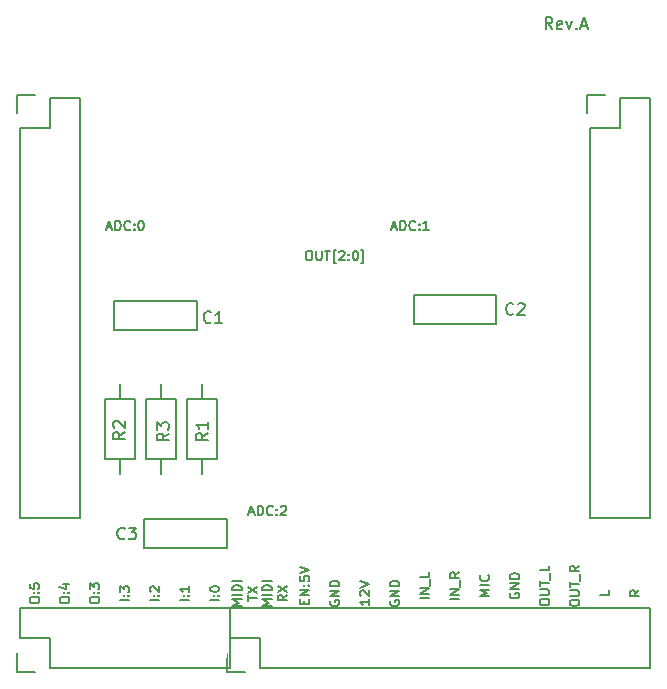
<source format=gto>
G04 #@! TF.FileFunction,Legend,Top*
%FSLAX46Y46*%
G04 Gerber Fmt 4.6, Leading zero omitted, Abs format (unit mm)*
G04 Created by KiCad (PCBNEW 4.0.2-stable) date 2016/12/18 4:07:23*
%MOMM*%
G01*
G04 APERTURE LIST*
%ADD10C,0.100000*%
%ADD11C,0.200000*%
%ADD12C,0.150000*%
%ADD13R,1.700000X1.700000*%
%ADD14C,1.700000*%
%ADD15O,2.305000X1.517600*%
%ADD16R,2.305000X1.517600*%
%ADD17R,2.127200X2.127200*%
%ADD18O,2.127200X2.127200*%
%ADD19C,4.900000*%
%ADD20O,4.000000X1.800000*%
%ADD21C,2.398980*%
G04 APERTURE END LIST*
D10*
D11*
X125654286Y-70516905D02*
X125806667Y-70516905D01*
X125882858Y-70555000D01*
X125959048Y-70631190D01*
X125997143Y-70783571D01*
X125997143Y-71050238D01*
X125959048Y-71202619D01*
X125882858Y-71278810D01*
X125806667Y-71316905D01*
X125654286Y-71316905D01*
X125578096Y-71278810D01*
X125501905Y-71202619D01*
X125463810Y-71050238D01*
X125463810Y-70783571D01*
X125501905Y-70631190D01*
X125578096Y-70555000D01*
X125654286Y-70516905D01*
X126340000Y-70516905D02*
X126340000Y-71164524D01*
X126378095Y-71240714D01*
X126416191Y-71278810D01*
X126492381Y-71316905D01*
X126644762Y-71316905D01*
X126720953Y-71278810D01*
X126759048Y-71240714D01*
X126797143Y-71164524D01*
X126797143Y-70516905D01*
X127063809Y-70516905D02*
X127520952Y-70516905D01*
X127292381Y-71316905D02*
X127292381Y-70516905D01*
X128016191Y-71583571D02*
X127825714Y-71583571D01*
X127825714Y-70440714D01*
X128016191Y-70440714D01*
X128282857Y-70593095D02*
X128320952Y-70555000D01*
X128397143Y-70516905D01*
X128587619Y-70516905D01*
X128663809Y-70555000D01*
X128701905Y-70593095D01*
X128740000Y-70669286D01*
X128740000Y-70745476D01*
X128701905Y-70859762D01*
X128244762Y-71316905D01*
X128740000Y-71316905D01*
X129082857Y-71240714D02*
X129120952Y-71278810D01*
X129082857Y-71316905D01*
X129044762Y-71278810D01*
X129082857Y-71240714D01*
X129082857Y-71316905D01*
X129082857Y-70821667D02*
X129120952Y-70859762D01*
X129082857Y-70897857D01*
X129044762Y-70859762D01*
X129082857Y-70821667D01*
X129082857Y-70897857D01*
X129616190Y-70516905D02*
X129692381Y-70516905D01*
X129768571Y-70555000D01*
X129806666Y-70593095D01*
X129844762Y-70669286D01*
X129882857Y-70821667D01*
X129882857Y-71012143D01*
X129844762Y-71164524D01*
X129806666Y-71240714D01*
X129768571Y-71278810D01*
X129692381Y-71316905D01*
X129616190Y-71316905D01*
X129540000Y-71278810D01*
X129501904Y-71240714D01*
X129463809Y-71164524D01*
X129425714Y-71012143D01*
X129425714Y-70821667D01*
X129463809Y-70669286D01*
X129501904Y-70593095D01*
X129540000Y-70555000D01*
X129616190Y-70516905D01*
X130149524Y-71583571D02*
X130340000Y-71583571D01*
X130340000Y-70440714D01*
X130149524Y-70440714D01*
X120663096Y-92678333D02*
X121044048Y-92678333D01*
X120586905Y-92906905D02*
X120853572Y-92106905D01*
X121120239Y-92906905D01*
X121386905Y-92906905D02*
X121386905Y-92106905D01*
X121577381Y-92106905D01*
X121691667Y-92145000D01*
X121767858Y-92221190D01*
X121805953Y-92297381D01*
X121844048Y-92449762D01*
X121844048Y-92564048D01*
X121805953Y-92716429D01*
X121767858Y-92792619D01*
X121691667Y-92868810D01*
X121577381Y-92906905D01*
X121386905Y-92906905D01*
X122644048Y-92830714D02*
X122605953Y-92868810D01*
X122491667Y-92906905D01*
X122415477Y-92906905D01*
X122301191Y-92868810D01*
X122225000Y-92792619D01*
X122186905Y-92716429D01*
X122148810Y-92564048D01*
X122148810Y-92449762D01*
X122186905Y-92297381D01*
X122225000Y-92221190D01*
X122301191Y-92145000D01*
X122415477Y-92106905D01*
X122491667Y-92106905D01*
X122605953Y-92145000D01*
X122644048Y-92183095D01*
X122986905Y-92830714D02*
X123025000Y-92868810D01*
X122986905Y-92906905D01*
X122948810Y-92868810D01*
X122986905Y-92830714D01*
X122986905Y-92906905D01*
X122986905Y-92411667D02*
X123025000Y-92449762D01*
X122986905Y-92487857D01*
X122948810Y-92449762D01*
X122986905Y-92411667D01*
X122986905Y-92487857D01*
X123329762Y-92183095D02*
X123367857Y-92145000D01*
X123444048Y-92106905D01*
X123634524Y-92106905D01*
X123710714Y-92145000D01*
X123748810Y-92183095D01*
X123786905Y-92259286D01*
X123786905Y-92335476D01*
X123748810Y-92449762D01*
X123291667Y-92906905D01*
X123786905Y-92906905D01*
X132728096Y-68548333D02*
X133109048Y-68548333D01*
X132651905Y-68776905D02*
X132918572Y-67976905D01*
X133185239Y-68776905D01*
X133451905Y-68776905D02*
X133451905Y-67976905D01*
X133642381Y-67976905D01*
X133756667Y-68015000D01*
X133832858Y-68091190D01*
X133870953Y-68167381D01*
X133909048Y-68319762D01*
X133909048Y-68434048D01*
X133870953Y-68586429D01*
X133832858Y-68662619D01*
X133756667Y-68738810D01*
X133642381Y-68776905D01*
X133451905Y-68776905D01*
X134709048Y-68700714D02*
X134670953Y-68738810D01*
X134556667Y-68776905D01*
X134480477Y-68776905D01*
X134366191Y-68738810D01*
X134290000Y-68662619D01*
X134251905Y-68586429D01*
X134213810Y-68434048D01*
X134213810Y-68319762D01*
X134251905Y-68167381D01*
X134290000Y-68091190D01*
X134366191Y-68015000D01*
X134480477Y-67976905D01*
X134556667Y-67976905D01*
X134670953Y-68015000D01*
X134709048Y-68053095D01*
X135051905Y-68700714D02*
X135090000Y-68738810D01*
X135051905Y-68776905D01*
X135013810Y-68738810D01*
X135051905Y-68700714D01*
X135051905Y-68776905D01*
X135051905Y-68281667D02*
X135090000Y-68319762D01*
X135051905Y-68357857D01*
X135013810Y-68319762D01*
X135051905Y-68281667D01*
X135051905Y-68357857D01*
X135851905Y-68776905D02*
X135394762Y-68776905D01*
X135623333Y-68776905D02*
X135623333Y-67976905D01*
X135547143Y-68091190D01*
X135470952Y-68167381D01*
X135394762Y-68205476D01*
X108598096Y-68548333D02*
X108979048Y-68548333D01*
X108521905Y-68776905D02*
X108788572Y-67976905D01*
X109055239Y-68776905D01*
X109321905Y-68776905D02*
X109321905Y-67976905D01*
X109512381Y-67976905D01*
X109626667Y-68015000D01*
X109702858Y-68091190D01*
X109740953Y-68167381D01*
X109779048Y-68319762D01*
X109779048Y-68434048D01*
X109740953Y-68586429D01*
X109702858Y-68662619D01*
X109626667Y-68738810D01*
X109512381Y-68776905D01*
X109321905Y-68776905D01*
X110579048Y-68700714D02*
X110540953Y-68738810D01*
X110426667Y-68776905D01*
X110350477Y-68776905D01*
X110236191Y-68738810D01*
X110160000Y-68662619D01*
X110121905Y-68586429D01*
X110083810Y-68434048D01*
X110083810Y-68319762D01*
X110121905Y-68167381D01*
X110160000Y-68091190D01*
X110236191Y-68015000D01*
X110350477Y-67976905D01*
X110426667Y-67976905D01*
X110540953Y-68015000D01*
X110579048Y-68053095D01*
X110921905Y-68700714D02*
X110960000Y-68738810D01*
X110921905Y-68776905D01*
X110883810Y-68738810D01*
X110921905Y-68700714D01*
X110921905Y-68776905D01*
X110921905Y-68281667D02*
X110960000Y-68319762D01*
X110921905Y-68357857D01*
X110883810Y-68319762D01*
X110921905Y-68281667D01*
X110921905Y-68357857D01*
X111455238Y-67976905D02*
X111531429Y-67976905D01*
X111607619Y-68015000D01*
X111645714Y-68053095D01*
X111683810Y-68129286D01*
X111721905Y-68281667D01*
X111721905Y-68472143D01*
X111683810Y-68624524D01*
X111645714Y-68700714D01*
X111607619Y-68738810D01*
X111531429Y-68776905D01*
X111455238Y-68776905D01*
X111379048Y-68738810D01*
X111340952Y-68700714D01*
X111302857Y-68624524D01*
X111264762Y-68472143D01*
X111264762Y-68281667D01*
X111302857Y-68129286D01*
X111340952Y-68053095D01*
X111379048Y-68015000D01*
X111455238Y-67976905D01*
X153701905Y-99282381D02*
X153320952Y-99549048D01*
X153701905Y-99739524D02*
X152901905Y-99739524D01*
X152901905Y-99434762D01*
X152940000Y-99358571D01*
X152978095Y-99320476D01*
X153054286Y-99282381D01*
X153168571Y-99282381D01*
X153244762Y-99320476D01*
X153282857Y-99358571D01*
X153320952Y-99434762D01*
X153320952Y-99739524D01*
X151161905Y-99282380D02*
X151161905Y-99663333D01*
X150361905Y-99663333D01*
X147821905Y-100399762D02*
X147821905Y-100247381D01*
X147860000Y-100171190D01*
X147936190Y-100095000D01*
X148088571Y-100056905D01*
X148355238Y-100056905D01*
X148507619Y-100095000D01*
X148583810Y-100171190D01*
X148621905Y-100247381D01*
X148621905Y-100399762D01*
X148583810Y-100475952D01*
X148507619Y-100552143D01*
X148355238Y-100590238D01*
X148088571Y-100590238D01*
X147936190Y-100552143D01*
X147860000Y-100475952D01*
X147821905Y-100399762D01*
X147821905Y-99714048D02*
X148469524Y-99714048D01*
X148545714Y-99675953D01*
X148583810Y-99637857D01*
X148621905Y-99561667D01*
X148621905Y-99409286D01*
X148583810Y-99333095D01*
X148545714Y-99295000D01*
X148469524Y-99256905D01*
X147821905Y-99256905D01*
X147821905Y-98990239D02*
X147821905Y-98533096D01*
X148621905Y-98761667D02*
X147821905Y-98761667D01*
X148698095Y-98456905D02*
X148698095Y-97847381D01*
X148621905Y-97199762D02*
X148240952Y-97466429D01*
X148621905Y-97656905D02*
X147821905Y-97656905D01*
X147821905Y-97352143D01*
X147860000Y-97275952D01*
X147898095Y-97237857D01*
X147974286Y-97199762D01*
X148088571Y-97199762D01*
X148164762Y-97237857D01*
X148202857Y-97275952D01*
X148240952Y-97352143D01*
X148240952Y-97656905D01*
X145281905Y-100323571D02*
X145281905Y-100171190D01*
X145320000Y-100094999D01*
X145396190Y-100018809D01*
X145548571Y-99980714D01*
X145815238Y-99980714D01*
X145967619Y-100018809D01*
X146043810Y-100094999D01*
X146081905Y-100171190D01*
X146081905Y-100323571D01*
X146043810Y-100399761D01*
X145967619Y-100475952D01*
X145815238Y-100514047D01*
X145548571Y-100514047D01*
X145396190Y-100475952D01*
X145320000Y-100399761D01*
X145281905Y-100323571D01*
X145281905Y-99637857D02*
X145929524Y-99637857D01*
X146005714Y-99599762D01*
X146043810Y-99561666D01*
X146081905Y-99485476D01*
X146081905Y-99333095D01*
X146043810Y-99256904D01*
X146005714Y-99218809D01*
X145929524Y-99180714D01*
X145281905Y-99180714D01*
X145281905Y-98914048D02*
X145281905Y-98456905D01*
X146081905Y-98685476D02*
X145281905Y-98685476D01*
X146158095Y-98380714D02*
X146158095Y-97771190D01*
X146081905Y-97199761D02*
X146081905Y-97580714D01*
X145281905Y-97580714D01*
X142780000Y-99504523D02*
X142741905Y-99580714D01*
X142741905Y-99694999D01*
X142780000Y-99809285D01*
X142856190Y-99885476D01*
X142932381Y-99923571D01*
X143084762Y-99961666D01*
X143199048Y-99961666D01*
X143351429Y-99923571D01*
X143427619Y-99885476D01*
X143503810Y-99809285D01*
X143541905Y-99694999D01*
X143541905Y-99618809D01*
X143503810Y-99504523D01*
X143465714Y-99466428D01*
X143199048Y-99466428D01*
X143199048Y-99618809D01*
X143541905Y-99123571D02*
X142741905Y-99123571D01*
X143541905Y-98666428D01*
X142741905Y-98666428D01*
X143541905Y-98285476D02*
X142741905Y-98285476D01*
X142741905Y-98095000D01*
X142780000Y-97980714D01*
X142856190Y-97904523D01*
X142932381Y-97866428D01*
X143084762Y-97828333D01*
X143199048Y-97828333D01*
X143351429Y-97866428D01*
X143427619Y-97904523D01*
X143503810Y-97980714D01*
X143541905Y-98095000D01*
X143541905Y-98285476D01*
X141001905Y-99752143D02*
X140201905Y-99752143D01*
X140773333Y-99485476D01*
X140201905Y-99218809D01*
X141001905Y-99218809D01*
X141001905Y-98837857D02*
X140201905Y-98837857D01*
X140925714Y-97999762D02*
X140963810Y-98037857D01*
X141001905Y-98152143D01*
X141001905Y-98228333D01*
X140963810Y-98342619D01*
X140887619Y-98418810D01*
X140811429Y-98456905D01*
X140659048Y-98495000D01*
X140544762Y-98495000D01*
X140392381Y-98456905D01*
X140316190Y-98418810D01*
X140240000Y-98342619D01*
X140201905Y-98228333D01*
X140201905Y-98152143D01*
X140240000Y-98037857D01*
X140278095Y-97999762D01*
X138461905Y-100018809D02*
X137661905Y-100018809D01*
X138461905Y-99637857D02*
X137661905Y-99637857D01*
X138461905Y-99180714D01*
X137661905Y-99180714D01*
X138538095Y-98990238D02*
X138538095Y-98380714D01*
X138461905Y-97733095D02*
X138080952Y-97999762D01*
X138461905Y-98190238D02*
X137661905Y-98190238D01*
X137661905Y-97885476D01*
X137700000Y-97809285D01*
X137738095Y-97771190D01*
X137814286Y-97733095D01*
X137928571Y-97733095D01*
X138004762Y-97771190D01*
X138042857Y-97809285D01*
X138080952Y-97885476D01*
X138080952Y-98190238D01*
X135921905Y-99942619D02*
X135121905Y-99942619D01*
X135921905Y-99561667D02*
X135121905Y-99561667D01*
X135921905Y-99104524D01*
X135121905Y-99104524D01*
X135998095Y-98914048D02*
X135998095Y-98304524D01*
X135921905Y-97733095D02*
X135921905Y-98114048D01*
X135121905Y-98114048D01*
X132620000Y-100139523D02*
X132581905Y-100215714D01*
X132581905Y-100329999D01*
X132620000Y-100444285D01*
X132696190Y-100520476D01*
X132772381Y-100558571D01*
X132924762Y-100596666D01*
X133039048Y-100596666D01*
X133191429Y-100558571D01*
X133267619Y-100520476D01*
X133343810Y-100444285D01*
X133381905Y-100329999D01*
X133381905Y-100253809D01*
X133343810Y-100139523D01*
X133305714Y-100101428D01*
X133039048Y-100101428D01*
X133039048Y-100253809D01*
X133381905Y-99758571D02*
X132581905Y-99758571D01*
X133381905Y-99301428D01*
X132581905Y-99301428D01*
X133381905Y-98920476D02*
X132581905Y-98920476D01*
X132581905Y-98730000D01*
X132620000Y-98615714D01*
X132696190Y-98539523D01*
X132772381Y-98501428D01*
X132924762Y-98463333D01*
X133039048Y-98463333D01*
X133191429Y-98501428D01*
X133267619Y-98539523D01*
X133343810Y-98615714D01*
X133381905Y-98730000D01*
X133381905Y-98920476D01*
X130841905Y-100025238D02*
X130841905Y-100482381D01*
X130841905Y-100253810D02*
X130041905Y-100253810D01*
X130156190Y-100330000D01*
X130232381Y-100406191D01*
X130270476Y-100482381D01*
X130118095Y-99720476D02*
X130080000Y-99682381D01*
X130041905Y-99606190D01*
X130041905Y-99415714D01*
X130080000Y-99339524D01*
X130118095Y-99301428D01*
X130194286Y-99263333D01*
X130270476Y-99263333D01*
X130384762Y-99301428D01*
X130841905Y-99758571D01*
X130841905Y-99263333D01*
X130041905Y-99034762D02*
X130841905Y-98768095D01*
X130041905Y-98501428D01*
X127540000Y-100139523D02*
X127501905Y-100215714D01*
X127501905Y-100329999D01*
X127540000Y-100444285D01*
X127616190Y-100520476D01*
X127692381Y-100558571D01*
X127844762Y-100596666D01*
X127959048Y-100596666D01*
X128111429Y-100558571D01*
X128187619Y-100520476D01*
X128263810Y-100444285D01*
X128301905Y-100329999D01*
X128301905Y-100253809D01*
X128263810Y-100139523D01*
X128225714Y-100101428D01*
X127959048Y-100101428D01*
X127959048Y-100253809D01*
X128301905Y-99758571D02*
X127501905Y-99758571D01*
X128301905Y-99301428D01*
X127501905Y-99301428D01*
X128301905Y-98920476D02*
X127501905Y-98920476D01*
X127501905Y-98730000D01*
X127540000Y-98615714D01*
X127616190Y-98539523D01*
X127692381Y-98501428D01*
X127844762Y-98463333D01*
X127959048Y-98463333D01*
X128111429Y-98501428D01*
X128187619Y-98539523D01*
X128263810Y-98615714D01*
X128301905Y-98730000D01*
X128301905Y-98920476D01*
X125342857Y-100399762D02*
X125342857Y-100133095D01*
X125761905Y-100018809D02*
X125761905Y-100399762D01*
X124961905Y-100399762D01*
X124961905Y-100018809D01*
X125761905Y-99675952D02*
X124961905Y-99675952D01*
X125761905Y-99218809D01*
X124961905Y-99218809D01*
X125685714Y-98837857D02*
X125723810Y-98799762D01*
X125761905Y-98837857D01*
X125723810Y-98875952D01*
X125685714Y-98837857D01*
X125761905Y-98837857D01*
X125266667Y-98837857D02*
X125304762Y-98799762D01*
X125342857Y-98837857D01*
X125304762Y-98875952D01*
X125266667Y-98837857D01*
X125342857Y-98837857D01*
X124961905Y-98075952D02*
X124961905Y-98456905D01*
X125342857Y-98495000D01*
X125304762Y-98456905D01*
X125266667Y-98380714D01*
X125266667Y-98190238D01*
X125304762Y-98114048D01*
X125342857Y-98075952D01*
X125419048Y-98037857D01*
X125609524Y-98037857D01*
X125685714Y-98075952D01*
X125723810Y-98114048D01*
X125761905Y-98190238D01*
X125761905Y-98380714D01*
X125723810Y-98456905D01*
X125685714Y-98495000D01*
X124961905Y-97809286D02*
X125761905Y-97542619D01*
X124961905Y-97275952D01*
X122561905Y-100577619D02*
X121761905Y-100577619D01*
X122333333Y-100310952D01*
X121761905Y-100044285D01*
X122561905Y-100044285D01*
X122561905Y-99663333D02*
X121761905Y-99663333D01*
X122561905Y-99282381D02*
X121761905Y-99282381D01*
X121761905Y-99091905D01*
X121800000Y-98977619D01*
X121876190Y-98901428D01*
X121952381Y-98863333D01*
X122104762Y-98825238D01*
X122219048Y-98825238D01*
X122371429Y-98863333D01*
X122447619Y-98901428D01*
X122523810Y-98977619D01*
X122561905Y-99091905D01*
X122561905Y-99282381D01*
X122561905Y-98482381D02*
X121761905Y-98482381D01*
X123881905Y-99663333D02*
X123500952Y-99930000D01*
X123881905Y-100120476D02*
X123081905Y-100120476D01*
X123081905Y-99815714D01*
X123120000Y-99739523D01*
X123158095Y-99701428D01*
X123234286Y-99663333D01*
X123348571Y-99663333D01*
X123424762Y-99701428D01*
X123462857Y-99739523D01*
X123500952Y-99815714D01*
X123500952Y-100120476D01*
X123081905Y-99396666D02*
X123881905Y-98863333D01*
X123081905Y-98863333D02*
X123881905Y-99396666D01*
X120021905Y-100577619D02*
X119221905Y-100577619D01*
X119793333Y-100310952D01*
X119221905Y-100044285D01*
X120021905Y-100044285D01*
X120021905Y-99663333D02*
X119221905Y-99663333D01*
X120021905Y-99282381D02*
X119221905Y-99282381D01*
X119221905Y-99091905D01*
X119260000Y-98977619D01*
X119336190Y-98901428D01*
X119412381Y-98863333D01*
X119564762Y-98825238D01*
X119679048Y-98825238D01*
X119831429Y-98863333D01*
X119907619Y-98901428D01*
X119983810Y-98977619D01*
X120021905Y-99091905D01*
X120021905Y-99282381D01*
X120021905Y-98482381D02*
X119221905Y-98482381D01*
X120541905Y-100139524D02*
X120541905Y-99682381D01*
X121341905Y-99910952D02*
X120541905Y-99910952D01*
X120541905Y-99491904D02*
X121341905Y-98958571D01*
X120541905Y-98958571D02*
X121341905Y-99491904D01*
X118141905Y-100101428D02*
X117341905Y-100101428D01*
X118065714Y-99720476D02*
X118103810Y-99682381D01*
X118141905Y-99720476D01*
X118103810Y-99758571D01*
X118065714Y-99720476D01*
X118141905Y-99720476D01*
X117646667Y-99720476D02*
X117684762Y-99682381D01*
X117722857Y-99720476D01*
X117684762Y-99758571D01*
X117646667Y-99720476D01*
X117722857Y-99720476D01*
X117341905Y-99187143D02*
X117341905Y-99110952D01*
X117380000Y-99034762D01*
X117418095Y-98996667D01*
X117494286Y-98958571D01*
X117646667Y-98920476D01*
X117837143Y-98920476D01*
X117989524Y-98958571D01*
X118065714Y-98996667D01*
X118103810Y-99034762D01*
X118141905Y-99110952D01*
X118141905Y-99187143D01*
X118103810Y-99263333D01*
X118065714Y-99301429D01*
X117989524Y-99339524D01*
X117837143Y-99377619D01*
X117646667Y-99377619D01*
X117494286Y-99339524D01*
X117418095Y-99301429D01*
X117380000Y-99263333D01*
X117341905Y-99187143D01*
X115601905Y-100101428D02*
X114801905Y-100101428D01*
X115525714Y-99720476D02*
X115563810Y-99682381D01*
X115601905Y-99720476D01*
X115563810Y-99758571D01*
X115525714Y-99720476D01*
X115601905Y-99720476D01*
X115106667Y-99720476D02*
X115144762Y-99682381D01*
X115182857Y-99720476D01*
X115144762Y-99758571D01*
X115106667Y-99720476D01*
X115182857Y-99720476D01*
X115601905Y-98920476D02*
X115601905Y-99377619D01*
X115601905Y-99149048D02*
X114801905Y-99149048D01*
X114916190Y-99225238D01*
X114992381Y-99301429D01*
X115030476Y-99377619D01*
X113061905Y-100101428D02*
X112261905Y-100101428D01*
X112985714Y-99720476D02*
X113023810Y-99682381D01*
X113061905Y-99720476D01*
X113023810Y-99758571D01*
X112985714Y-99720476D01*
X113061905Y-99720476D01*
X112566667Y-99720476D02*
X112604762Y-99682381D01*
X112642857Y-99720476D01*
X112604762Y-99758571D01*
X112566667Y-99720476D01*
X112642857Y-99720476D01*
X112338095Y-99377619D02*
X112300000Y-99339524D01*
X112261905Y-99263333D01*
X112261905Y-99072857D01*
X112300000Y-98996667D01*
X112338095Y-98958571D01*
X112414286Y-98920476D01*
X112490476Y-98920476D01*
X112604762Y-98958571D01*
X113061905Y-99415714D01*
X113061905Y-98920476D01*
X110521905Y-100101428D02*
X109721905Y-100101428D01*
X110445714Y-99720476D02*
X110483810Y-99682381D01*
X110521905Y-99720476D01*
X110483810Y-99758571D01*
X110445714Y-99720476D01*
X110521905Y-99720476D01*
X110026667Y-99720476D02*
X110064762Y-99682381D01*
X110102857Y-99720476D01*
X110064762Y-99758571D01*
X110026667Y-99720476D01*
X110102857Y-99720476D01*
X109721905Y-99415714D02*
X109721905Y-98920476D01*
X110026667Y-99187143D01*
X110026667Y-99072857D01*
X110064762Y-98996667D01*
X110102857Y-98958571D01*
X110179048Y-98920476D01*
X110369524Y-98920476D01*
X110445714Y-98958571D01*
X110483810Y-98996667D01*
X110521905Y-99072857D01*
X110521905Y-99301429D01*
X110483810Y-99377619D01*
X110445714Y-99415714D01*
X107181905Y-100177619D02*
X107181905Y-100025238D01*
X107220000Y-99949047D01*
X107296190Y-99872857D01*
X107448571Y-99834762D01*
X107715238Y-99834762D01*
X107867619Y-99872857D01*
X107943810Y-99949047D01*
X107981905Y-100025238D01*
X107981905Y-100177619D01*
X107943810Y-100253809D01*
X107867619Y-100330000D01*
X107715238Y-100368095D01*
X107448571Y-100368095D01*
X107296190Y-100330000D01*
X107220000Y-100253809D01*
X107181905Y-100177619D01*
X107905714Y-99491905D02*
X107943810Y-99453810D01*
X107981905Y-99491905D01*
X107943810Y-99530000D01*
X107905714Y-99491905D01*
X107981905Y-99491905D01*
X107486667Y-99491905D02*
X107524762Y-99453810D01*
X107562857Y-99491905D01*
X107524762Y-99530000D01*
X107486667Y-99491905D01*
X107562857Y-99491905D01*
X107181905Y-99187143D02*
X107181905Y-98691905D01*
X107486667Y-98958572D01*
X107486667Y-98844286D01*
X107524762Y-98768096D01*
X107562857Y-98730000D01*
X107639048Y-98691905D01*
X107829524Y-98691905D01*
X107905714Y-98730000D01*
X107943810Y-98768096D01*
X107981905Y-98844286D01*
X107981905Y-99072858D01*
X107943810Y-99149048D01*
X107905714Y-99187143D01*
X104641905Y-100177619D02*
X104641905Y-100025238D01*
X104680000Y-99949047D01*
X104756190Y-99872857D01*
X104908571Y-99834762D01*
X105175238Y-99834762D01*
X105327619Y-99872857D01*
X105403810Y-99949047D01*
X105441905Y-100025238D01*
X105441905Y-100177619D01*
X105403810Y-100253809D01*
X105327619Y-100330000D01*
X105175238Y-100368095D01*
X104908571Y-100368095D01*
X104756190Y-100330000D01*
X104680000Y-100253809D01*
X104641905Y-100177619D01*
X105365714Y-99491905D02*
X105403810Y-99453810D01*
X105441905Y-99491905D01*
X105403810Y-99530000D01*
X105365714Y-99491905D01*
X105441905Y-99491905D01*
X104946667Y-99491905D02*
X104984762Y-99453810D01*
X105022857Y-99491905D01*
X104984762Y-99530000D01*
X104946667Y-99491905D01*
X105022857Y-99491905D01*
X104908571Y-98768096D02*
X105441905Y-98768096D01*
X104603810Y-98958572D02*
X105175238Y-99149048D01*
X105175238Y-98653810D01*
X102101905Y-100177619D02*
X102101905Y-100025238D01*
X102140000Y-99949047D01*
X102216190Y-99872857D01*
X102368571Y-99834762D01*
X102635238Y-99834762D01*
X102787619Y-99872857D01*
X102863810Y-99949047D01*
X102901905Y-100025238D01*
X102901905Y-100177619D01*
X102863810Y-100253809D01*
X102787619Y-100330000D01*
X102635238Y-100368095D01*
X102368571Y-100368095D01*
X102216190Y-100330000D01*
X102140000Y-100253809D01*
X102101905Y-100177619D01*
X102825714Y-99491905D02*
X102863810Y-99453810D01*
X102901905Y-99491905D01*
X102863810Y-99530000D01*
X102825714Y-99491905D01*
X102901905Y-99491905D01*
X102406667Y-99491905D02*
X102444762Y-99453810D01*
X102482857Y-99491905D01*
X102444762Y-99530000D01*
X102406667Y-99491905D01*
X102482857Y-99491905D01*
X102101905Y-98730000D02*
X102101905Y-99110953D01*
X102482857Y-99149048D01*
X102444762Y-99110953D01*
X102406667Y-99034762D01*
X102406667Y-98844286D01*
X102444762Y-98768096D01*
X102482857Y-98730000D01*
X102559048Y-98691905D01*
X102749524Y-98691905D01*
X102825714Y-98730000D01*
X102863810Y-98768096D01*
X102901905Y-98844286D01*
X102901905Y-99034762D01*
X102863810Y-99110953D01*
X102825714Y-99149048D01*
X146333334Y-51752381D02*
X146000000Y-51276190D01*
X145761905Y-51752381D02*
X145761905Y-50752381D01*
X146142858Y-50752381D01*
X146238096Y-50800000D01*
X146285715Y-50847619D01*
X146333334Y-50942857D01*
X146333334Y-51085714D01*
X146285715Y-51180952D01*
X146238096Y-51228571D01*
X146142858Y-51276190D01*
X145761905Y-51276190D01*
X147142858Y-51704762D02*
X147047620Y-51752381D01*
X146857143Y-51752381D01*
X146761905Y-51704762D01*
X146714286Y-51609524D01*
X146714286Y-51228571D01*
X146761905Y-51133333D01*
X146857143Y-51085714D01*
X147047620Y-51085714D01*
X147142858Y-51133333D01*
X147190477Y-51228571D01*
X147190477Y-51323810D01*
X146714286Y-51419048D01*
X147523810Y-51085714D02*
X147761905Y-51752381D01*
X148000001Y-51085714D01*
X148380953Y-51657143D02*
X148428572Y-51704762D01*
X148380953Y-51752381D01*
X148333334Y-51704762D01*
X148380953Y-51657143D01*
X148380953Y-51752381D01*
X148809524Y-51466667D02*
X149285715Y-51466667D01*
X148714286Y-51752381D02*
X149047619Y-50752381D01*
X149380953Y-51752381D01*
D12*
X116240000Y-77250000D02*
X109240000Y-77250000D01*
X109240000Y-77250000D02*
X109240000Y-74750000D01*
X109240000Y-74750000D02*
X116240000Y-74750000D01*
X116240000Y-74750000D02*
X116240000Y-77250000D01*
X141600000Y-76750000D02*
X134600000Y-76750000D01*
X134600000Y-76750000D02*
X134600000Y-74250000D01*
X134600000Y-74250000D02*
X141600000Y-74250000D01*
X141600000Y-74250000D02*
X141600000Y-76750000D01*
X118780000Y-95700000D02*
X111780000Y-95700000D01*
X111780000Y-95700000D02*
X111780000Y-93200000D01*
X111780000Y-93200000D02*
X118780000Y-93200000D01*
X118780000Y-93200000D02*
X118780000Y-95700000D01*
X106350000Y-93180000D02*
X106350000Y-57620000D01*
X101270000Y-60160000D02*
X101270000Y-93180000D01*
X106350000Y-93180000D02*
X101270000Y-93180000D01*
X106350000Y-57620000D02*
X103810000Y-57620000D01*
X102540000Y-57340000D02*
X100990000Y-57340000D01*
X103810000Y-57620000D02*
X103810000Y-60160000D01*
X103810000Y-60160000D02*
X101270000Y-60160000D01*
X100990000Y-57340000D02*
X100990000Y-58890000D01*
X154610000Y-100800000D02*
X119050000Y-100800000D01*
X121590000Y-105880000D02*
X154610000Y-105880000D01*
X154610000Y-100800000D02*
X154610000Y-105880000D01*
X119050000Y-100800000D02*
X119050000Y-103340000D01*
X118770000Y-104610000D02*
X118770000Y-106160000D01*
X119050000Y-103340000D02*
X121590000Y-103340000D01*
X121590000Y-103340000D02*
X121590000Y-105880000D01*
X118770000Y-106160000D02*
X120320000Y-106160000D01*
X154610000Y-93180000D02*
X154610000Y-57620000D01*
X149530000Y-60160000D02*
X149530000Y-93180000D01*
X154610000Y-93180000D02*
X149530000Y-93180000D01*
X154610000Y-57620000D02*
X152070000Y-57620000D01*
X150800000Y-57340000D02*
X149250000Y-57340000D01*
X152070000Y-57620000D02*
X152070000Y-60160000D01*
X152070000Y-60160000D02*
X149530000Y-60160000D01*
X149250000Y-57340000D02*
X149250000Y-58890000D01*
X119050000Y-100800000D02*
X101270000Y-100800000D01*
X103810000Y-105880000D02*
X119050000Y-105880000D01*
X119050000Y-100800000D02*
X119050000Y-105880000D01*
X101270000Y-100800000D02*
X101270000Y-103340000D01*
X100990000Y-104610000D02*
X100990000Y-106160000D01*
X101270000Y-103340000D02*
X103810000Y-103340000D01*
X103810000Y-103340000D02*
X103810000Y-105880000D01*
X100990000Y-106160000D02*
X102540000Y-106160000D01*
X117970000Y-83040000D02*
X117970000Y-88120000D01*
X117970000Y-88120000D02*
X115430000Y-88120000D01*
X115430000Y-88120000D02*
X115430000Y-83040000D01*
X115430000Y-83040000D02*
X117970000Y-83040000D01*
X116700000Y-83040000D02*
X116700000Y-81770000D01*
X116700000Y-88120000D02*
X116700000Y-89390000D01*
X110970000Y-83040000D02*
X110970000Y-88120000D01*
X110970000Y-88120000D02*
X108430000Y-88120000D01*
X108430000Y-88120000D02*
X108430000Y-83040000D01*
X108430000Y-83040000D02*
X110970000Y-83040000D01*
X109700000Y-83040000D02*
X109700000Y-81770000D01*
X109700000Y-88120000D02*
X109700000Y-89390000D01*
X114470000Y-83040000D02*
X114470000Y-88120000D01*
X114470000Y-88120000D02*
X111930000Y-88120000D01*
X111930000Y-88120000D02*
X111930000Y-83040000D01*
X111930000Y-83040000D02*
X114470000Y-83040000D01*
X113200000Y-83040000D02*
X113200000Y-81770000D01*
X113200000Y-88120000D02*
X113200000Y-89390000D01*
X117433334Y-76557143D02*
X117385715Y-76604762D01*
X117242858Y-76652381D01*
X117147620Y-76652381D01*
X117004762Y-76604762D01*
X116909524Y-76509524D01*
X116861905Y-76414286D01*
X116814286Y-76223810D01*
X116814286Y-76080952D01*
X116861905Y-75890476D01*
X116909524Y-75795238D01*
X117004762Y-75700000D01*
X117147620Y-75652381D01*
X117242858Y-75652381D01*
X117385715Y-75700000D01*
X117433334Y-75747619D01*
X118385715Y-76652381D02*
X117814286Y-76652381D01*
X118100000Y-76652381D02*
X118100000Y-75652381D01*
X118004762Y-75795238D01*
X117909524Y-75890476D01*
X117814286Y-75938095D01*
X143033334Y-75857143D02*
X142985715Y-75904762D01*
X142842858Y-75952381D01*
X142747620Y-75952381D01*
X142604762Y-75904762D01*
X142509524Y-75809524D01*
X142461905Y-75714286D01*
X142414286Y-75523810D01*
X142414286Y-75380952D01*
X142461905Y-75190476D01*
X142509524Y-75095238D01*
X142604762Y-75000000D01*
X142747620Y-74952381D01*
X142842858Y-74952381D01*
X142985715Y-75000000D01*
X143033334Y-75047619D01*
X143414286Y-75047619D02*
X143461905Y-75000000D01*
X143557143Y-74952381D01*
X143795239Y-74952381D01*
X143890477Y-75000000D01*
X143938096Y-75047619D01*
X143985715Y-75142857D01*
X143985715Y-75238095D01*
X143938096Y-75380952D01*
X143366667Y-75952381D01*
X143985715Y-75952381D01*
X110133334Y-94857143D02*
X110085715Y-94904762D01*
X109942858Y-94952381D01*
X109847620Y-94952381D01*
X109704762Y-94904762D01*
X109609524Y-94809524D01*
X109561905Y-94714286D01*
X109514286Y-94523810D01*
X109514286Y-94380952D01*
X109561905Y-94190476D01*
X109609524Y-94095238D01*
X109704762Y-94000000D01*
X109847620Y-93952381D01*
X109942858Y-93952381D01*
X110085715Y-94000000D01*
X110133334Y-94047619D01*
X110466667Y-93952381D02*
X111085715Y-93952381D01*
X110752381Y-94333333D01*
X110895239Y-94333333D01*
X110990477Y-94380952D01*
X111038096Y-94428571D01*
X111085715Y-94523810D01*
X111085715Y-94761905D01*
X111038096Y-94857143D01*
X110990477Y-94904762D01*
X110895239Y-94952381D01*
X110609524Y-94952381D01*
X110514286Y-94904762D01*
X110466667Y-94857143D01*
X101801905Y-54242381D02*
X101801905Y-53242381D01*
X102182858Y-53242381D01*
X102278096Y-53290000D01*
X102325715Y-53337619D01*
X102373334Y-53432857D01*
X102373334Y-53575714D01*
X102325715Y-53670952D01*
X102278096Y-53718571D01*
X102182858Y-53766190D01*
X101801905Y-53766190D01*
X103325715Y-54242381D02*
X102754286Y-54242381D01*
X103040000Y-54242381D02*
X103040000Y-53242381D01*
X102944762Y-53385238D01*
X102849524Y-53480476D01*
X102754286Y-53528095D01*
X115672381Y-105348095D02*
X114672381Y-105348095D01*
X114672381Y-104967142D01*
X114720000Y-104871904D01*
X114767619Y-104824285D01*
X114862857Y-104776666D01*
X115005714Y-104776666D01*
X115100952Y-104824285D01*
X115148571Y-104871904D01*
X115196190Y-104967142D01*
X115196190Y-105348095D01*
X114767619Y-104395714D02*
X114720000Y-104348095D01*
X114672381Y-104252857D01*
X114672381Y-104014761D01*
X114720000Y-103919523D01*
X114767619Y-103871904D01*
X114862857Y-103824285D01*
X114958095Y-103824285D01*
X115100952Y-103871904D01*
X115672381Y-104443333D01*
X115672381Y-103824285D01*
X150061905Y-54242381D02*
X150061905Y-53242381D01*
X150442858Y-53242381D01*
X150538096Y-53290000D01*
X150585715Y-53337619D01*
X150633334Y-53432857D01*
X150633334Y-53575714D01*
X150585715Y-53670952D01*
X150538096Y-53718571D01*
X150442858Y-53766190D01*
X150061905Y-53766190D01*
X151538096Y-53242381D02*
X151061905Y-53242381D01*
X151014286Y-53718571D01*
X151061905Y-53670952D01*
X151157143Y-53623333D01*
X151395239Y-53623333D01*
X151490477Y-53670952D01*
X151538096Y-53718571D01*
X151585715Y-53813810D01*
X151585715Y-54051905D01*
X151538096Y-54147143D01*
X151490477Y-54194762D01*
X151395239Y-54242381D01*
X151157143Y-54242381D01*
X151061905Y-54194762D01*
X151014286Y-54147143D01*
X117152381Y-85966666D02*
X116676190Y-86300000D01*
X117152381Y-86538095D02*
X116152381Y-86538095D01*
X116152381Y-86157142D01*
X116200000Y-86061904D01*
X116247619Y-86014285D01*
X116342857Y-85966666D01*
X116485714Y-85966666D01*
X116580952Y-86014285D01*
X116628571Y-86061904D01*
X116676190Y-86157142D01*
X116676190Y-86538095D01*
X117152381Y-85014285D02*
X117152381Y-85585714D01*
X117152381Y-85300000D02*
X116152381Y-85300000D01*
X116295238Y-85395238D01*
X116390476Y-85490476D01*
X116438095Y-85585714D01*
X110152381Y-85866666D02*
X109676190Y-86200000D01*
X110152381Y-86438095D02*
X109152381Y-86438095D01*
X109152381Y-86057142D01*
X109200000Y-85961904D01*
X109247619Y-85914285D01*
X109342857Y-85866666D01*
X109485714Y-85866666D01*
X109580952Y-85914285D01*
X109628571Y-85961904D01*
X109676190Y-86057142D01*
X109676190Y-86438095D01*
X109247619Y-85485714D02*
X109200000Y-85438095D01*
X109152381Y-85342857D01*
X109152381Y-85104761D01*
X109200000Y-85009523D01*
X109247619Y-84961904D01*
X109342857Y-84914285D01*
X109438095Y-84914285D01*
X109580952Y-84961904D01*
X110152381Y-85533333D01*
X110152381Y-84914285D01*
X113852381Y-85995586D02*
X113376190Y-86328920D01*
X113852381Y-86567015D02*
X112852381Y-86567015D01*
X112852381Y-86186062D01*
X112900000Y-86090824D01*
X112947619Y-86043205D01*
X113042857Y-85995586D01*
X113185714Y-85995586D01*
X113280952Y-86043205D01*
X113328571Y-86090824D01*
X113376190Y-86186062D01*
X113376190Y-86567015D01*
X112852381Y-85662253D02*
X112852381Y-85043205D01*
X113233333Y-85376539D01*
X113233333Y-85233681D01*
X113280952Y-85138443D01*
X113328571Y-85090824D01*
X113423810Y-85043205D01*
X113661905Y-85043205D01*
X113757143Y-85090824D01*
X113804762Y-85138443D01*
X113852381Y-85233681D01*
X113852381Y-85519396D01*
X113804762Y-85614634D01*
X113757143Y-85662253D01*
%LPC*%
D13*
X115240000Y-76000000D03*
D14*
X110240000Y-76000000D03*
D13*
X140600000Y-75500000D03*
D14*
X135600000Y-75500000D03*
D13*
X117780000Y-94450000D03*
D14*
X112780000Y-94450000D03*
D15*
X127940000Y-63970000D03*
D16*
X127940000Y-65240000D03*
D15*
X127940000Y-66510000D03*
X127940000Y-67780000D03*
D17*
X102540000Y-58890000D03*
D18*
X105080000Y-58890000D03*
X102540000Y-61430000D03*
X105080000Y-61430000D03*
X102540000Y-63970000D03*
X105080000Y-63970000D03*
X102540000Y-66510000D03*
X105080000Y-66510000D03*
X102540000Y-69050000D03*
X105080000Y-69050000D03*
X102540000Y-71590000D03*
X105080000Y-71590000D03*
X102540000Y-74130000D03*
X105080000Y-74130000D03*
X102540000Y-76670000D03*
X105080000Y-76670000D03*
X102540000Y-79210000D03*
X105080000Y-79210000D03*
X102540000Y-81750000D03*
X105080000Y-81750000D03*
X102540000Y-84290000D03*
X105080000Y-84290000D03*
X102540000Y-86830000D03*
X105080000Y-86830000D03*
X102540000Y-89370000D03*
X105080000Y-89370000D03*
X102540000Y-91910000D03*
X105080000Y-91910000D03*
D17*
X120320000Y-104610000D03*
D18*
X120320000Y-102070000D03*
X122860000Y-104610000D03*
X122860000Y-102070000D03*
X125400000Y-104610000D03*
X125400000Y-102070000D03*
X127940000Y-104610000D03*
X127940000Y-102070000D03*
X130480000Y-104610000D03*
X130480000Y-102070000D03*
X133020000Y-104610000D03*
X133020000Y-102070000D03*
X135560000Y-104610000D03*
X135560000Y-102070000D03*
X138100000Y-104610000D03*
X138100000Y-102070000D03*
X140640000Y-104610000D03*
X140640000Y-102070000D03*
X143180000Y-104610000D03*
X143180000Y-102070000D03*
X145720000Y-104610000D03*
X145720000Y-102070000D03*
X148260000Y-104610000D03*
X148260000Y-102070000D03*
X150800000Y-104610000D03*
X150800000Y-102070000D03*
X153340000Y-104610000D03*
X153340000Y-102070000D03*
D19*
X104000000Y-54000000D03*
X152000000Y-54000000D03*
D17*
X150800000Y-58890000D03*
D18*
X153340000Y-58890000D03*
X150800000Y-61430000D03*
X153340000Y-61430000D03*
X150800000Y-63970000D03*
X153340000Y-63970000D03*
X150800000Y-66510000D03*
X153340000Y-66510000D03*
X150800000Y-69050000D03*
X153340000Y-69050000D03*
X150800000Y-71590000D03*
X153340000Y-71590000D03*
X150800000Y-74130000D03*
X153340000Y-74130000D03*
X150800000Y-76670000D03*
X153340000Y-76670000D03*
X150800000Y-79210000D03*
X153340000Y-79210000D03*
X150800000Y-81750000D03*
X153340000Y-81750000D03*
X150800000Y-84290000D03*
X153340000Y-84290000D03*
X150800000Y-86830000D03*
X153340000Y-86830000D03*
X150800000Y-89370000D03*
X153340000Y-89370000D03*
X150800000Y-91910000D03*
X153340000Y-91910000D03*
D19*
X104000000Y-96000000D03*
X152000000Y-96000000D03*
D20*
X121000000Y-72500000D03*
X116000000Y-72500000D03*
X111000000Y-72500000D03*
X145000000Y-72500000D03*
X140000000Y-72500000D03*
X135000000Y-72500000D03*
X133000000Y-96500000D03*
X128000000Y-96500000D03*
X123000000Y-96500000D03*
D17*
X102540000Y-104610000D03*
D18*
X102540000Y-102070000D03*
X105080000Y-104610000D03*
X105080000Y-102070000D03*
X107620000Y-104610000D03*
X107620000Y-102070000D03*
X110160000Y-104610000D03*
X110160000Y-102070000D03*
X112700000Y-104610000D03*
X112700000Y-102070000D03*
X115240000Y-104610000D03*
X115240000Y-102070000D03*
X117780000Y-104610000D03*
X117780000Y-102070000D03*
D21*
X116700000Y-80500000D03*
X116700000Y-90660000D03*
X109700000Y-80500000D03*
X109700000Y-90660000D03*
X113200000Y-80500000D03*
X113200000Y-90660000D03*
M02*

</source>
